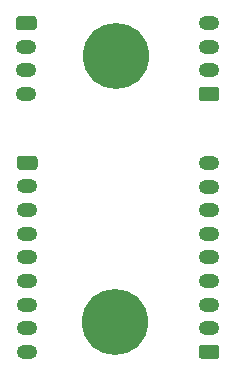
<source format=gbr>
%TF.GenerationSoftware,KiCad,Pcbnew,(5.1.9)-1*%
%TF.CreationDate,2021-03-05T23:35:59-06:00*%
%TF.ProjectId,OpeNITHM-Tower-Extenders__Main-Body,4f70654e-4954-4484-9d2d-546f7765722d,rev?*%
%TF.SameCoordinates,Original*%
%TF.FileFunction,Soldermask,Bot*%
%TF.FilePolarity,Negative*%
%FSLAX46Y46*%
G04 Gerber Fmt 4.6, Leading zero omitted, Abs format (unit mm)*
G04 Created by KiCad (PCBNEW (5.1.9)-1) date 2021-03-05 23:35:59*
%MOMM*%
%LPD*%
G01*
G04 APERTURE LIST*
%ADD10O,1.750000X1.200000*%
%ADD11C,5.600000*%
G04 APERTURE END LIST*
D10*
%TO.C,J4*%
X82200000Y-59120000D03*
X82200000Y-61120000D03*
X82200000Y-63120000D03*
X82200000Y-65120000D03*
X82200000Y-67120000D03*
X82200000Y-69120000D03*
X82200000Y-71120000D03*
X82200000Y-73120000D03*
G36*
G01*
X82825001Y-75720000D02*
X81574999Y-75720000D01*
G75*
G02*
X81325000Y-75470001I0J249999D01*
G01*
X81325000Y-74769999D01*
G75*
G02*
X81574999Y-74520000I249999J0D01*
G01*
X82825001Y-74520000D01*
G75*
G02*
X83075000Y-74769999I0J-249999D01*
G01*
X83075000Y-75470001D01*
G75*
G02*
X82825001Y-75720000I-249999J0D01*
G01*
G37*
%TD*%
%TO.C,J2*%
X82190000Y-47280000D03*
X82190000Y-49280000D03*
X82190000Y-51280000D03*
G36*
G01*
X82815001Y-53880000D02*
X81564999Y-53880000D01*
G75*
G02*
X81315000Y-53630001I0J249999D01*
G01*
X81315000Y-52929999D01*
G75*
G02*
X81564999Y-52680000I249999J0D01*
G01*
X82815001Y-52680000D01*
G75*
G02*
X83065000Y-52929999I0J-249999D01*
G01*
X83065000Y-53630001D01*
G75*
G02*
X82815001Y-53880000I-249999J0D01*
G01*
G37*
%TD*%
D11*
%TO.C,H2*%
X74260000Y-72560000D03*
%TD*%
%TO.C,H1*%
X74280000Y-50090000D03*
%TD*%
D10*
%TO.C,J3*%
X66802000Y-75113000D03*
X66802000Y-73113000D03*
X66802000Y-71113000D03*
X66802000Y-69113000D03*
X66802000Y-67113000D03*
X66802000Y-65113000D03*
X66802000Y-63113000D03*
X66802000Y-61113000D03*
G36*
G01*
X66176999Y-58513000D02*
X67427001Y-58513000D01*
G75*
G02*
X67677000Y-58762999I0J-249999D01*
G01*
X67677000Y-59463001D01*
G75*
G02*
X67427001Y-59713000I-249999J0D01*
G01*
X66176999Y-59713000D01*
G75*
G02*
X65927000Y-59463001I0J249999D01*
G01*
X65927000Y-58762999D01*
G75*
G02*
X66176999Y-58513000I249999J0D01*
G01*
G37*
%TD*%
%TO.C,J1*%
X66722000Y-53286000D03*
X66722000Y-51286000D03*
X66722000Y-49286000D03*
G36*
G01*
X66096999Y-46686000D02*
X67347001Y-46686000D01*
G75*
G02*
X67597000Y-46935999I0J-249999D01*
G01*
X67597000Y-47636001D01*
G75*
G02*
X67347001Y-47886000I-249999J0D01*
G01*
X66096999Y-47886000D01*
G75*
G02*
X65847000Y-47636001I0J249999D01*
G01*
X65847000Y-46935999D01*
G75*
G02*
X66096999Y-46686000I249999J0D01*
G01*
G37*
%TD*%
M02*

</source>
